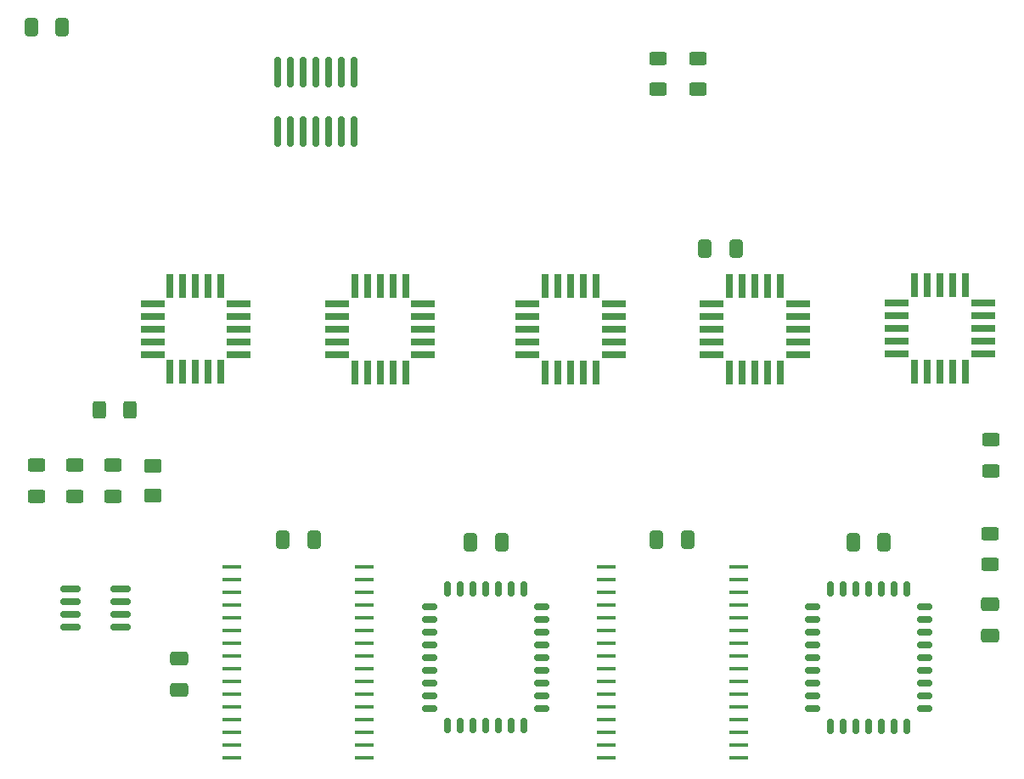
<source format=gbr>
%TF.GenerationSoftware,KiCad,Pcbnew,9.0.0*%
%TF.CreationDate,2025-03-08T12:01:39+01:00*%
%TF.ProjectId,DeMoN-Flash-J,44654d6f-4e2d-4466-9c61-73682d4a2e6b,rev?*%
%TF.SameCoordinates,Original*%
%TF.FileFunction,Paste,Top*%
%TF.FilePolarity,Positive*%
%FSLAX45Y45*%
G04 Gerber Fmt 4.5, Leading zero omitted, Abs format (unit mm)*
G04 Created by KiCad (PCBNEW 9.0.0) date 2025-03-08 12:01:39*
%MOMM*%
%LPD*%
G01*
G04 APERTURE LIST*
G04 Aperture macros list*
%AMRoundRect*
0 Rectangle with rounded corners*
0 $1 Rounding radius*
0 $2 $3 $4 $5 $6 $7 $8 $9 X,Y pos of 4 corners*
0 Add a 4 corners polygon primitive as box body*
4,1,4,$2,$3,$4,$5,$6,$7,$8,$9,$2,$3,0*
0 Add four circle primitives for the rounded corners*
1,1,$1+$1,$2,$3*
1,1,$1+$1,$4,$5*
1,1,$1+$1,$6,$7*
1,1,$1+$1,$8,$9*
0 Add four rect primitives between the rounded corners*
20,1,$1+$1,$2,$3,$4,$5,0*
20,1,$1+$1,$4,$5,$6,$7,0*
20,1,$1+$1,$6,$7,$8,$9,0*
20,1,$1+$1,$8,$9,$2,$3,0*%
G04 Aperture macros list end*
%ADD10RoundRect,0.250000X-0.412500X-0.650000X0.412500X-0.650000X0.412500X0.650000X-0.412500X0.650000X0*%
%ADD11R,0.700000X2.410000*%
%ADD12R,2.410000X0.700000*%
%ADD13R,1.981000X0.457000*%
%ADD14RoundRect,0.250000X-0.625000X0.400000X-0.625000X-0.400000X0.625000X-0.400000X0.625000X0.400000X0*%
%ADD15RoundRect,0.250000X-0.650000X0.412500X-0.650000X-0.412500X0.650000X-0.412500X0.650000X0.412500X0*%
%ADD16RoundRect,0.250000X0.412500X0.650000X-0.412500X0.650000X-0.412500X-0.650000X0.412500X-0.650000X0*%
%ADD17RoundRect,0.150000X-0.150000X-0.587500X0.150000X-0.587500X0.150000X0.587500X-0.150000X0.587500X0*%
%ADD18RoundRect,0.150000X-0.587500X-0.150000X0.587500X-0.150000X0.587500X0.150000X-0.587500X0.150000X0*%
%ADD19RoundRect,0.150000X-0.150000X1.350000X-0.150000X-1.350000X0.150000X-1.350000X0.150000X1.350000X0*%
%ADD20RoundRect,0.150000X-0.825000X-0.150000X0.825000X-0.150000X0.825000X0.150000X-0.825000X0.150000X0*%
%ADD21RoundRect,0.250001X0.624999X-0.462499X0.624999X0.462499X-0.624999X0.462499X-0.624999X-0.462499X0*%
%ADD22RoundRect,0.250000X-0.400000X-0.625000X0.400000X-0.625000X0.400000X0.625000X-0.400000X0.625000X0*%
G04 APERTURE END LIST*
D10*
%TO.C,C10*%
X11266590Y-9972220D03*
X11579090Y-9972220D03*
%TD*%
D11*
%TO.C,U4*%
X12240000Y-7445500D03*
X12113000Y-7445500D03*
X11986000Y-7445500D03*
D12*
X11810500Y-7621000D03*
X11810500Y-7748000D03*
X11810500Y-7875000D03*
X11810500Y-8002000D03*
X11810500Y-8129000D03*
D11*
X11986000Y-8304500D03*
X12113000Y-8304500D03*
X12240000Y-8304500D03*
X12367000Y-8304500D03*
X12494000Y-8304500D03*
D12*
X12669500Y-8129000D03*
X12669500Y-8002000D03*
X12669500Y-7875000D03*
X12669500Y-7748000D03*
X12669500Y-7621000D03*
D11*
X12494000Y-7445500D03*
X12367000Y-7445500D03*
%TD*%
D13*
%TO.C,U8*%
X14494440Y-10247500D03*
X14494440Y-10374500D03*
X14494440Y-10501500D03*
X14494440Y-10628500D03*
X14494440Y-10755500D03*
X14494440Y-10882500D03*
X14494440Y-11009500D03*
X14494440Y-11136500D03*
X14494440Y-11263500D03*
X14494440Y-11390500D03*
X14494440Y-11517500D03*
X14494440Y-11644500D03*
X14494440Y-11771500D03*
X14494440Y-11898500D03*
X14494440Y-12025500D03*
X14494440Y-12152500D03*
X15817240Y-12152500D03*
X15817240Y-12025500D03*
X15817240Y-11898500D03*
X15817240Y-11771500D03*
X15817240Y-11644500D03*
X15817240Y-11517500D03*
X15817240Y-11390500D03*
X15817240Y-11263500D03*
X15817240Y-11136500D03*
X15817240Y-11009500D03*
X15817240Y-10882500D03*
X15817240Y-10755500D03*
X15817240Y-10628500D03*
X15817240Y-10501500D03*
X15817240Y-10374500D03*
X15817240Y-10247500D03*
%TD*%
D14*
%TO.C,R3*%
X18330000Y-8975000D03*
X18330000Y-9285000D03*
%TD*%
D15*
%TO.C,C2*%
X10240000Y-11158750D03*
X10240000Y-11471250D03*
%TD*%
D16*
%TO.C,C7*%
X17267090Y-10000000D03*
X16954590Y-10000000D03*
%TD*%
D14*
%TO.C,R1*%
X15405000Y-5170000D03*
X15405000Y-5480000D03*
%TD*%
D16*
%TO.C,C4*%
X15791250Y-7065000D03*
X15478750Y-7065000D03*
%TD*%
D17*
%TO.C,U9*%
X17110840Y-10467970D03*
X16983840Y-10467970D03*
X16856840Y-10467970D03*
X16729840Y-10467970D03*
D18*
X16554590Y-10643720D03*
X16554590Y-10770720D03*
X16554590Y-10897720D03*
X16554590Y-11024720D03*
X16554590Y-11151720D03*
X16554590Y-11278720D03*
X16554590Y-11405720D03*
X16554590Y-11532720D03*
X16554590Y-11659720D03*
D17*
X16729840Y-11835470D03*
X16856840Y-11835470D03*
X16983840Y-11835470D03*
X17110840Y-11835470D03*
X17237840Y-11835470D03*
X17364840Y-11835470D03*
X17491840Y-11835470D03*
D18*
X17667090Y-11659720D03*
X17667090Y-11532720D03*
X17667090Y-11405720D03*
X17667090Y-11278720D03*
X17667090Y-11151720D03*
X17667090Y-11024720D03*
X17667090Y-10897720D03*
X17667090Y-10770720D03*
X17667090Y-10643720D03*
D17*
X17491840Y-10467970D03*
X17364840Y-10467970D03*
X17237840Y-10467970D03*
%TD*%
D14*
%TO.C,R6*%
X9195000Y-9230000D03*
X9195000Y-9540000D03*
%TD*%
D16*
%TO.C,C9*%
X13456090Y-10000000D03*
X13143590Y-10000000D03*
%TD*%
D11*
%TO.C,U3*%
X14140000Y-7445500D03*
X14013000Y-7445500D03*
X13886000Y-7445500D03*
D12*
X13710500Y-7621000D03*
X13710500Y-7748000D03*
X13710500Y-7875000D03*
X13710500Y-8002000D03*
X13710500Y-8129000D03*
D11*
X13886000Y-8304500D03*
X14013000Y-8304500D03*
X14140000Y-8304500D03*
X14267000Y-8304500D03*
X14394000Y-8304500D03*
D12*
X14569500Y-8129000D03*
X14569500Y-8002000D03*
X14569500Y-7875000D03*
X14569500Y-7748000D03*
X14569500Y-7621000D03*
D11*
X14394000Y-7445500D03*
X14267000Y-7445500D03*
%TD*%
D13*
%TO.C,U10*%
X10759440Y-10247500D03*
X10759440Y-10374500D03*
X10759440Y-10501500D03*
X10759440Y-10628500D03*
X10759440Y-10755500D03*
X10759440Y-10882500D03*
X10759440Y-11009500D03*
X10759440Y-11136500D03*
X10759440Y-11263500D03*
X10759440Y-11390500D03*
X10759440Y-11517500D03*
X10759440Y-11644500D03*
X10759440Y-11771500D03*
X10759440Y-11898500D03*
X10759440Y-12025500D03*
X10759440Y-12152500D03*
X12082240Y-12152500D03*
X12082240Y-12025500D03*
X12082240Y-11898500D03*
X12082240Y-11771500D03*
X12082240Y-11644500D03*
X12082240Y-11517500D03*
X12082240Y-11390500D03*
X12082240Y-11263500D03*
X12082240Y-11136500D03*
X12082240Y-11009500D03*
X12082240Y-10882500D03*
X12082240Y-10755500D03*
X12082240Y-10628500D03*
X12082240Y-10501500D03*
X12082240Y-10374500D03*
X12082240Y-10247500D03*
%TD*%
D11*
%TO.C,U1*%
X17820000Y-7435500D03*
X17693000Y-7435500D03*
X17566000Y-7435500D03*
D12*
X17390500Y-7611000D03*
X17390500Y-7738000D03*
X17390500Y-7865000D03*
X17390500Y-7992000D03*
X17390500Y-8119000D03*
D11*
X17566000Y-8294500D03*
X17693000Y-8294500D03*
X17820000Y-8294500D03*
X17947000Y-8294500D03*
X18074000Y-8294500D03*
D12*
X18249500Y-8119000D03*
X18249500Y-7992000D03*
X18249500Y-7865000D03*
X18249500Y-7738000D03*
X18249500Y-7611000D03*
D11*
X18074000Y-7435500D03*
X17947000Y-7435500D03*
%TD*%
%TO.C,U5*%
X10400000Y-7440500D03*
X10273000Y-7440500D03*
X10146000Y-7440500D03*
D12*
X9970500Y-7616000D03*
X9970500Y-7743000D03*
X9970500Y-7870000D03*
X9970500Y-7997000D03*
X9970500Y-8124000D03*
D11*
X10146000Y-8299500D03*
X10273000Y-8299500D03*
X10400000Y-8299500D03*
X10527000Y-8299500D03*
X10654000Y-8299500D03*
D12*
X10829500Y-8124000D03*
X10829500Y-7997000D03*
X10829500Y-7870000D03*
X10829500Y-7743000D03*
X10829500Y-7616000D03*
D11*
X10654000Y-7440500D03*
X10527000Y-7440500D03*
%TD*%
D15*
%TO.C,C3*%
X18320000Y-10613750D03*
X18320000Y-10926250D03*
%TD*%
D19*
%TO.C,U6*%
X11976000Y-5310000D03*
X11849000Y-5310000D03*
X11722000Y-5310000D03*
X11595000Y-5310000D03*
X11468000Y-5310000D03*
X11341000Y-5310000D03*
X11214000Y-5310000D03*
X11214000Y-5900000D03*
X11341000Y-5900000D03*
X11468000Y-5900000D03*
X11595000Y-5900000D03*
X11722000Y-5900000D03*
X11849000Y-5900000D03*
X11976000Y-5900000D03*
%TD*%
D17*
%TO.C,U7*%
X13293340Y-10462970D03*
X13166340Y-10462970D03*
X13039340Y-10462970D03*
X12912340Y-10462970D03*
D18*
X12737090Y-10638720D03*
X12737090Y-10765720D03*
X12737090Y-10892720D03*
X12737090Y-11019720D03*
X12737090Y-11146720D03*
X12737090Y-11273720D03*
X12737090Y-11400720D03*
X12737090Y-11527720D03*
X12737090Y-11654720D03*
D17*
X12912340Y-11830470D03*
X13039340Y-11830470D03*
X13166340Y-11830470D03*
X13293340Y-11830470D03*
X13420340Y-11830470D03*
X13547340Y-11830470D03*
X13674340Y-11830470D03*
D18*
X13849590Y-11654720D03*
X13849590Y-11527720D03*
X13849590Y-11400720D03*
X13849590Y-11273720D03*
X13849590Y-11146720D03*
X13849590Y-11019720D03*
X13849590Y-10892720D03*
X13849590Y-10765720D03*
X13849590Y-10638720D03*
D17*
X13674340Y-10462970D03*
X13547340Y-10462970D03*
X13420340Y-10462970D03*
%TD*%
D20*
%TO.C,U11*%
X9152500Y-10464500D03*
X9152500Y-10591500D03*
X9152500Y-10718500D03*
X9152500Y-10845500D03*
X9647500Y-10845500D03*
X9647500Y-10718500D03*
X9647500Y-10591500D03*
X9647500Y-10464500D03*
%TD*%
D14*
%TO.C,R7*%
X8810000Y-9230000D03*
X8810000Y-9540000D03*
%TD*%
D21*
%TO.C,D3*%
X9970000Y-9533750D03*
X9970000Y-9236250D03*
%TD*%
D14*
%TO.C,R4*%
X18320000Y-9910000D03*
X18320000Y-10220000D03*
%TD*%
D16*
%TO.C,C8*%
X15305090Y-9972220D03*
X14992590Y-9972220D03*
%TD*%
D14*
%TO.C,R2*%
X15015000Y-5170000D03*
X15015000Y-5480000D03*
%TD*%
D22*
%TO.C,R8*%
X9438340Y-8681720D03*
X9748340Y-8681720D03*
%TD*%
D11*
%TO.C,U2*%
X15975000Y-7445500D03*
X15848000Y-7445500D03*
X15721000Y-7445500D03*
D12*
X15545500Y-7621000D03*
X15545500Y-7748000D03*
X15545500Y-7875000D03*
X15545500Y-8002000D03*
X15545500Y-8129000D03*
D11*
X15721000Y-8304500D03*
X15848000Y-8304500D03*
X15975000Y-8304500D03*
X16102000Y-8304500D03*
X16229000Y-8304500D03*
D12*
X16404500Y-8129000D03*
X16404500Y-8002000D03*
X16404500Y-7875000D03*
X16404500Y-7748000D03*
X16404500Y-7621000D03*
D11*
X16229000Y-7445500D03*
X16102000Y-7445500D03*
%TD*%
D16*
%TO.C,C5*%
X9071250Y-4860000D03*
X8758750Y-4860000D03*
%TD*%
D14*
%TO.C,R5*%
X9575000Y-9230000D03*
X9575000Y-9540000D03*
%TD*%
M02*

</source>
